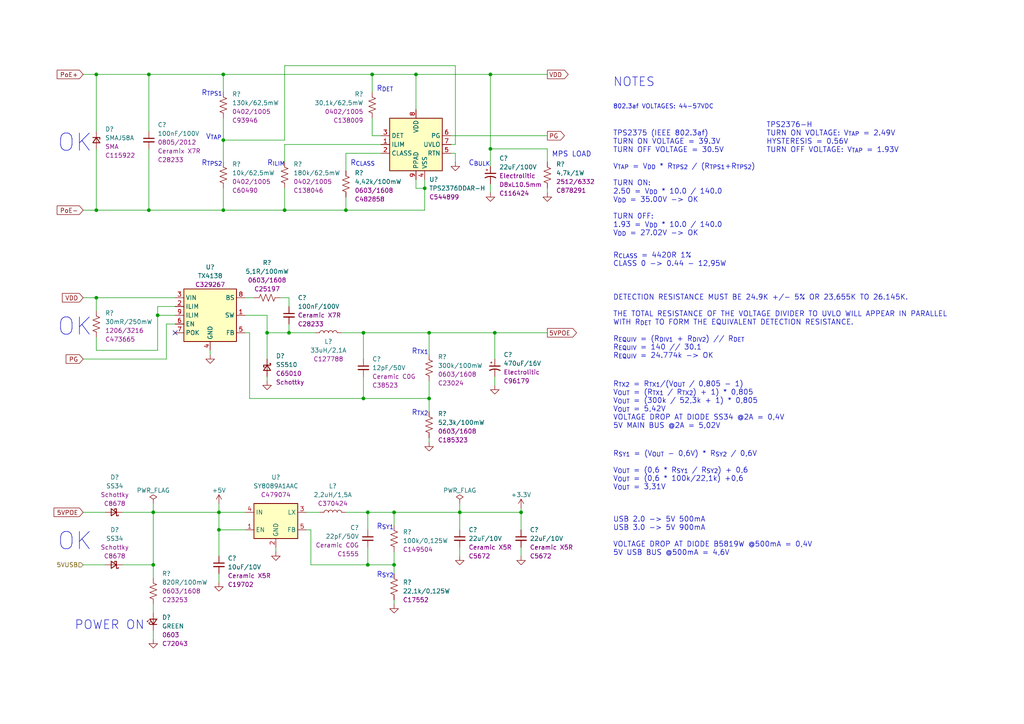
<source format=kicad_sch>
(kicad_sch (version 20230121) (generator eeschema)
  (paper "A4")
  (lib_symbols
    (symbol "Device:C_Polarized_Small_US" (pin_numbers hide) (pin_names (offset 0.254) hide)
      (property "Reference" "C" (at 0.254 1.778 0))
      (property "Value" "C_Polarized_Small_US" (at 0.254 -2.032 0))
      (symbol "C_Polarized_Small_US_0_1"
        (polyline (pts (xy -1.524 0.508) (xy 1.524 0.508)) (stroke (width 0.3048)))
        (polyline (pts (xy -1.27 1.524) (xy -0.762 1.524)))
        (polyline (pts (xy -1.016 1.27) (xy -1.016 1.778)))
        (arc (start 1.524 -0.762) (mid 0 -0.3734) (end -1.524 -0.762) (stroke (width 0.3048)))
      )
      (symbol "C_Polarized_Small_US_1_1"
        (pin passive line (at 0 2.54 270) (length 2.032) (name "~") (number "1"))
        (pin passive line (at 0 -2.54 90) (length 2.032) (name "~") (number "2"))
      )
    )
    (symbol "Device:C_Small" (pin_numbers hide) (pin_names (offset 0.254) hide)
      (property "Reference" "C" (at 0.254 1.778 0))
      (property "Value" "C_Small" (at 0.254 -2.032 0))
      (symbol "C_Small_0_1"
        (polyline (pts (xy -1.524 -0.508) (xy 1.524 -0.508)) (stroke (width 0.3302)))
        (polyline (pts (xy -1.524 0.508) (xy 1.524 0.508)) (stroke (width 0.3048)))
      )
      (symbol "C_Small_1_1"
        (pin passive line (at 0 2.54 270) (length 2.032) (name "~") (number "1"))
        (pin passive line (at 0 -2.54 90) (length 2.032) (name "~") (number "2"))
      )
    )
    (symbol "Device:D_Schottky_Small" (pin_numbers hide) (pin_names (offset 0.254) hide)
      (property "Reference" "D" (at -1.27 2.032 0))
      (property "Value" "D_Schottky_Small" (at -7.112 -2.032 0))
      (symbol "D_Schottky_Small_0_1"
        (polyline (pts (xy -0.762 0) (xy 0.762 0)))
        (polyline (pts (xy 0.762 -1.016) (xy -0.762 0) (xy 0.762 1.016) (xy 0.762 -1.016)) (stroke (width 0.254)))
        (polyline (pts (xy -1.27 0.762) (xy -1.27 1.016) (xy -0.762 1.016) (xy -0.762 -1.016) (xy -0.254 -1.016) (xy -0.254 -0.762)) (stroke (width 0.254)))
      )
      (symbol "D_Schottky_Small_1_1"
        (pin passive line (at -2.54 0 0) (length 1.778) (name "K") (number "1"))
        (pin passive line (at 2.54 0 180) (length 1.778) (name "A") (number "2"))
      )
    )
    (symbol "Device:D_Zener_Small" (pin_numbers hide) (pin_names (offset 0.254) hide)
      (property "Reference" "D" (at 0 2.286 0))
      (property "Value" "D_Zener_Small" (at 0 -2.286 0))
      (symbol "D_Zener_Small_0_1"
        (polyline (pts (xy 0.762 0) (xy -0.762 0)))
        (polyline (pts (xy -0.254 1.016) (xy -0.762 1.016) (xy -0.762 -1.016)) (stroke (width 0.254)))
        (polyline (pts (xy 0.762 1.016) (xy -0.762 0) (xy 0.762 -1.016) (xy 0.762 1.016)) (stroke (width 0.254)))
      )
      (symbol "D_Zener_Small_1_1"
        (pin passive line (at -2.54 0 0) (length 1.778) (name "K") (number "1"))
        (pin passive line (at 2.54 0 180) (length 1.778) (name "A") (number "2"))
      )
    )
    (symbol "Device:L" (pin_numbers hide) (pin_names (offset 1.016) hide)
      (property "Reference" "L" (at -1.27 0 90))
      (property "Value" "L" (at 1.905 0 90))
      (symbol "L_0_1"
        (arc (start 0 -2.54) (mid 0.6323 -1.905) (end 0 -1.27))
        (arc (start 0 -1.27) (mid 0.6323 -0.635) (end 0 0))
        (arc (start 0 0) (mid 0.6323 0.635) (end 0 1.27))
        (arc (start 0 1.27) (mid 0.6323 1.905) (end 0 2.54))
      )
      (symbol "L_1_1"
        (pin passive line (at 0 3.81 270) (length 1.27) (name "1") (number "1"))
        (pin passive line (at 0 -3.81 90) (length 1.27) (name "2") (number "2"))
      )
    )
    (symbol "Device:LED_Small" (pin_numbers hide) (pin_names (offset 0.254) hide)
      (property "Reference" "D" (at -1.27 3.175 0))
      (property "Value" "LED_Small" (at -4.445 -2.54 0))
      (symbol "LED_Small_0_1"
        (polyline (pts (xy -0.762 -1.016) (xy -0.762 1.016)) (stroke (width 0.254)))
        (polyline (pts (xy 1.016 0) (xy -0.762 0)))
        (polyline (pts (xy 0.762 -1.016) (xy -0.762 0) (xy 0.762 1.016) (xy 0.762 -1.016)) (stroke (width 0.254)))
        (polyline (pts (xy 0 0.762) (xy -0.508 1.27) (xy -0.254 1.27) (xy -0.508 1.27) (xy -0.508 1.016)))
        (polyline (pts (xy 0.508 1.27) (xy 0 1.778) (xy 0.254 1.778) (xy 0 1.778) (xy 0 1.524)))
      )
      (symbol "LED_Small_1_1"
        (pin passive line (at -2.54 0 0) (length 1.778) (name "K") (number "1"))
        (pin passive line (at 2.54 0 180) (length 1.778) (name "A") (number "2"))
      )
    )
    (symbol "Device:R_US" (pin_numbers hide) (pin_names (offset 0))
      (property "Reference" "R" (at 2.54 0 90))
      (property "Value" "R_US" (at -2.54 0 90))
      (symbol "R_US_0_1"
        (polyline (pts (xy 0 -2.286) (xy 0 -2.54)))
        (polyline (pts (xy 0 2.286) (xy 0 2.54)))
        (polyline (pts (xy 0 -0.762) (xy 1.016 -1.143) (xy 0 -1.524) (xy -1.016 -1.905) (xy 0 -2.286)))
        (polyline (pts (xy 0 0.762) (xy 1.016 0.381) (xy 0 0) (xy -1.016 -0.381) (xy 0 -0.762)))
        (polyline (pts (xy 0 2.286) (xy 1.016 1.905) (xy 0 1.524) (xy -1.016 1.143) (xy 0 0.762)))
      )
      (symbol "R_US_1_1"
        (pin passive line (at 0 3.81 270) (length 1.27) (name "~") (number "1"))
        (pin passive line (at 0 -3.81 90) (length 1.27) (name "~") (number "2"))
      )
    )
    (symbol "Tales:+3.3V" (power) (pin_names (offset 0))
      (property "Value" "+3.3V" (at 0 3.556 0))
      (symbol "+3.3V_0_1"
        (polyline (pts (xy -0.762 1.27) (xy 0 2.54)))
        (polyline (pts (xy 0 0) (xy 0 2.54)))
        (polyline (pts (xy 0 2.54) (xy 0.762 1.27)))
      )
      (symbol "+3.3V_1_1"
        (pin power_in line (at 0 0 90) (length 0) hide (name "+3.3V") (number "1"))
      )
    )
    (symbol "Tales:SY8089AAAC"
      (property "Reference" "U" (at 0 10.16 0))
      (property "Value" "SY8089AAAC" (at 0 7.62 0))
      (symbol "SY8089AAAC_0_1"
        (rectangle (start -6.35 5.08) (end 6.35 -5.08) (stroke (width 0.254)) (fill (type background)))
      )
      (symbol "SY8089AAAC_1_1"
        (pin input line (at -8.89 -2.54 0) (length 2.54) (name "EN") (number "1"))
        (pin power_in line (at 0 -7.62 90) (length 2.54) (name "GND") (number "2"))
        (pin power_out line (at 8.89 2.54 180) (length 2.54) (name "LX") (number "3"))
        (pin power_in line (at -8.89 2.54 0) (length 2.54) (name "IN") (number "4"))
        (pin input line (at 8.89 -2.54 180) (length 2.54) (name "FB") (number "5"))
      )
    )
    (symbol "Tales:TPS2376"
      (property "Reference" "U" (at 5.08 -8.89 0))
      (property "Value" "TPS2376" (at 5.08 -11.43 0))
      (symbol "TPS2376_0_1"
        (rectangle (start -7.62 7.62) (end 7.62 -7.62) (stroke (width 0.254)) (fill (type background)))
      )
      (symbol "TPS2376_1_1"
        (pin passive line (at -10.16 0 0) (length 2.54) (name "ILIM") (number "1"))
        (pin passive line (at -10.16 -2.54 0) (length 2.54) (name "CLASS") (number "2"))
        (pin passive line (at -10.16 2.54 0) (length 2.54) (name "DET") (number "3"))
        (pin power_in line (at 2.54 -10.16 90) (length 2.54) (name "VSS") (number "4"))
        (pin power_out line (at 10.16 -2.54 180) (length 2.54) (name "RTN") (number "5"))
        (pin open_collector line (at 10.16 2.54 180) (length 2.54) (name "PG") (number "6"))
        (pin passive line (at 10.16 0 180) (length 2.54) (name "UVLO") (number "7"))
        (pin power_in line (at 0 10.16 270) (length 2.54) (name "VDD") (number "8"))
        (pin power_in line (at 0 -10.16 90) (length 2.54) (name "PPAD") (number "9"))
      )
    )
    (symbol "Tales:TX4138"
      (property "Reference" "U" (at 0 12.7 0))
      (property "Value" "TX4138" (at 0 10.16 0))
      (symbol "TX4138_0_1"
        (rectangle (start -7.62 7.62) (end 7.62 -7.62) (stroke (width 0.254)) (fill (type background)))
      )
      (symbol "TX4138_1_1"
        (pin power_out line (at 10.16 0 180) (length 2.54) (name "SW") (number "1"))
        (pin input line (at -10.16 2.54 0) (length 2.54) (name "ILIM") (number "2"))
        (pin power_in line (at -10.16 5.08 0) (length 2.54) (name "VIN") (number "3"))
        (pin power_in line (at 0 -10.16 90) (length 2.54) (name "GND") (number "4"))
        (pin input line (at 10.16 -5.08 180) (length 2.54) (name "FB") (number "5"))
        (pin input line (at -10.16 -2.54 0) (length 2.54) (name "EN") (number "6"))
        (pin output line (at -10.16 -5.08 0) (length 2.54) (name "POK") (number "7"))
        (pin output line (at 10.16 5.08 180) (length 2.54) (name "BS") (number "8"))
        (pin input line (at -10.16 0 0) (length 2.54) (name "ILIM") (number "9"))
      )
    )
    (symbol "power:+5V" (power) (pin_names (offset 0))
      (property "Value" "+5V" (at 0 3.556 0))
      (symbol "+5V_0_1"
        (polyline (pts (xy -0.762 1.27) (xy 0 2.54)))
        (polyline (pts (xy 0 0) (xy 0 2.54)))
        (polyline (pts (xy 0 2.54) (xy 0.762 1.27)))
      )
      (symbol "+5V_1_1"
        (pin power_in line (at 0 0 90) (length 0) hide (name "+5V") (number "1"))
      )
    )
    (symbol "power:GND" (power) (pin_names (offset 0))
      (property "Value" "GND" (at 0 -3.81 0))
      (symbol "GND_0_1"
        (polyline (pts (xy 0 0) (xy 0 -1.27) (xy 1.27 -1.27) (xy 0 -2.54) (xy -1.27 -1.27) (xy 0 -1.27)))
      )
      (symbol "GND_1_1"
        (pin power_in line (at 0 0 270) (length 0) hide (name "GND") (number "1"))
      )
    )
    (symbol "power:PWR_FLAG" (power) (pin_numbers hide) (pin_names (offset 0) hide)
      (property "Value" "PWR_FLAG" (at 0 3.81 0))
      (symbol "PWR_FLAG_0_0"
        (pin power_out line (at 0 0 90) (length 0) (name "pwr") (number "1"))
      )
      (symbol "PWR_FLAG_0_1"
        (polyline (pts (xy 0 0) (xy 0 1.27) (xy -1.016 1.905) (xy 0 2.54) (xy 1.016 1.905) (xy 0 1.27)))
      )
    )
  )
  (junction (at 142.24 21.59))
  (junction (at 44.45 148.59))
  (junction (at 64.77 60.96))
  (junction (at 123.19 54.61))
  (junction (at 142.24 43.18))
  (junction (at 114.3 163.83))
  (junction (at 43.18 21.59))
  (junction (at 106.68 163.83))
  (junction (at 105.41 96.52))
  (junction (at 27.94 21.59))
  (junction (at 27.94 86.36))
  (junction (at 27.94 60.96))
  (junction (at 100.33 60.96))
  (junction (at 63.5 148.59))
  (junction (at 124.46 115.57))
  (junction (at 151.13 148.59))
  (junction (at 64.77 40.64))
  (junction (at 83.82 96.52))
  (junction (at 120.65 21.59))
  (junction (at 45.72 91.44))
  (junction (at 63.5 153.67))
  (junction (at 43.18 60.96))
  (junction (at 124.46 96.52))
  (junction (at 77.47 96.52))
  (junction (at 107.95 21.59))
  (junction (at 44.45 163.83))
  (junction (at 64.77 21.59))
  (junction (at 106.68 148.59))
  (junction (at 143.51 96.52))
  (junction (at 114.3 148.59))
  (junction (at 82.55 60.96))
  (junction (at 133.35 148.59))
  (junction (at 105.41 115.57))
  (no_connect (at 50.8 96.52))
  (wire (pts (xy 45.72 91.44) (xy 45.72 88.9)))
  (wire (pts (xy 151.13 148.59) (xy 133.35 148.59)))
  (wire (pts (xy 90.17 153.67) (xy 90.17 163.83)))
  (wire (pts (xy 82.55 60.96) (xy 100.33 60.96)))
  (wire (pts (xy 100.33 57.15) (xy 100.33 60.96)))
  (wire (pts (xy 123.19 54.61) (xy 120.65 54.61)))
  (wire (pts (xy 90.17 163.83) (xy 106.68 163.83)))
  (wire (pts (xy 114.3 148.59) (xy 114.3 152.4)))
  (wire (pts (xy 142.24 43.18) (xy 142.24 48.26)))
  (wire (pts (xy 24.13 86.36) (xy 27.94 86.36)))
  (wire (pts (xy 64.77 54.61) (xy 64.77 60.96)))
  (wire (pts (xy 64.77 60.96) (xy 82.55 60.96)))
  (wire (pts (xy 133.35 146.05) (xy 133.35 148.59)))
  (wire (pts (xy 63.5 153.67) (xy 71.12 153.67)))
  (wire (pts (xy 27.94 86.36) (xy 27.94 90.17)))
  (wire (pts (xy 151.13 158.75) (xy 151.13 161.29)))
  (wire (pts (xy 106.68 148.59) (xy 114.3 148.59)))
  (wire (pts (xy 133.35 153.67) (xy 133.35 148.59)))
  (wire (pts (xy 124.46 96.52) (xy 124.46 102.87)))
  (wire (pts (xy 24.13 163.83) (xy 30.48 163.83)))
  (wire (pts (xy 82.55 41.91) (xy 82.55 46.99)))
  (wire (pts (xy 45.72 101.6) (xy 45.72 91.44)))
  (wire (pts (xy 27.94 21.59) (xy 43.18 21.59)))
  (wire (pts (xy 151.13 153.67) (xy 151.13 148.59)))
  (wire (pts (xy 124.46 110.49) (xy 124.46 115.57)))
  (wire (pts (xy 44.45 182.88) (xy 44.45 185.42)))
  (wire (pts (xy 82.55 54.61) (xy 82.55 60.96)))
  (wire (pts (xy 120.65 21.59) (xy 142.24 21.59)))
  (wire (pts (xy 63.5 153.67) (xy 63.5 161.29)))
  (wire (pts (xy 82.55 19.05) (xy 82.55 40.64)))
  (wire (pts (xy 120.65 21.59) (xy 120.65 31.75)))
  (wire (pts (xy 27.94 101.6) (xy 45.72 101.6)))
  (wire (pts (xy 105.41 115.57) (xy 105.41 109.22)))
  (wire (pts (xy 151.13 147.32) (xy 151.13 148.59)))
  (wire (pts (xy 100.33 49.53) (xy 100.33 44.45)))
  (wire (pts (xy 132.08 44.45) (xy 132.08 46.99)))
  (wire (pts (xy 106.68 163.83) (xy 114.3 163.83)))
  (wire (pts (xy 63.5 148.59) (xy 63.5 146.05)))
  (wire (pts (xy 142.24 21.59) (xy 158.75 21.59)))
  (wire (pts (xy 48.26 93.98) (xy 50.8 93.98)))
  (wire (pts (xy 45.72 91.44) (xy 50.8 91.44)))
  (wire (pts (xy 43.18 60.96) (xy 64.77 60.96)))
  (wire (pts (xy 27.94 60.96) (xy 43.18 60.96)))
  (wire (pts (xy 77.47 96.52) (xy 83.82 96.52)))
  (wire (pts (xy 35.56 163.83) (xy 44.45 163.83)))
  (wire (pts (xy 107.95 34.29) (xy 107.95 39.37)))
  (wire (pts (xy 63.5 148.59) (xy 71.12 148.59)))
  (wire (pts (xy 130.81 41.91) (xy 132.08 41.91)))
  (wire (pts (xy 45.72 88.9) (xy 50.8 88.9)))
  (wire (pts (xy 27.94 43.18) (xy 27.94 60.96)))
  (wire (pts (xy 88.9 148.59) (xy 92.71 148.59)))
  (wire (pts (xy 142.24 53.34) (xy 142.24 55.88)))
  (wire (pts (xy 158.75 54.61) (xy 158.75 55.88)))
  (wire (pts (xy 43.18 21.59) (xy 64.77 21.59)))
  (wire (pts (xy 100.33 44.45) (xy 110.49 44.45)))
  (wire (pts (xy 24.13 148.59) (xy 30.48 148.59)))
  (wire (pts (xy 105.41 96.52) (xy 105.41 104.14)))
  (wire (pts (xy 107.95 21.59) (xy 120.65 21.59)))
  (wire (pts (xy 106.68 148.59) (xy 106.68 153.67)))
  (wire (pts (xy 110.49 41.91) (xy 82.55 41.91)))
  (wire (pts (xy 133.35 158.75) (xy 133.35 161.29)))
  (wire (pts (xy 43.18 21.59) (xy 43.18 38.1)))
  (wire (pts (xy 124.46 115.57) (xy 124.46 119.38)))
  (wire (pts (xy 88.9 153.67) (xy 90.17 153.67)))
  (wire (pts (xy 72.39 115.57) (xy 105.41 115.57)))
  (wire (pts (xy 44.45 163.83) (xy 44.45 167.64)))
  (wire (pts (xy 105.41 115.57) (xy 124.46 115.57)))
  (wire (pts (xy 132.08 41.91) (xy 132.08 19.05)))
  (wire (pts (xy 77.47 110.49) (xy 77.47 109.22)))
  (wire (pts (xy 100.33 148.59) (xy 106.68 148.59)))
  (wire (pts (xy 48.26 104.14) (xy 48.26 93.98)))
  (wire (pts (xy 124.46 96.52) (xy 143.51 96.52)))
  (wire (pts (xy 44.45 175.26) (xy 44.45 177.8)))
  (wire (pts (xy 64.77 21.59) (xy 107.95 21.59)))
  (wire (pts (xy 100.33 60.96) (xy 123.19 60.96)))
  (wire (pts (xy 44.45 148.59) (xy 44.45 163.83)))
  (wire (pts (xy 63.5 148.59) (xy 63.5 153.67)))
  (wire (pts (xy 107.95 21.59) (xy 107.95 26.67)))
  (wire (pts (xy 60.96 101.6) (xy 60.96 102.87)))
  (wire (pts (xy 143.51 109.22) (xy 143.51 111.76)))
  (wire (pts (xy 120.65 54.61) (xy 120.65 52.07)))
  (wire (pts (xy 63.5 166.37) (xy 63.5 168.91)))
  (wire (pts (xy 64.77 40.64) (xy 64.77 46.99)))
  (wire (pts (xy 71.12 91.44) (xy 77.47 91.44)))
  (wire (pts (xy 24.13 21.59) (xy 27.94 21.59)))
  (wire (pts (xy 64.77 21.59) (xy 64.77 26.67)))
  (wire (pts (xy 158.75 43.18) (xy 142.24 43.18)))
  (wire (pts (xy 124.46 96.52) (xy 105.41 96.52)))
  (wire (pts (xy 77.47 91.44) (xy 77.47 96.52)))
  (wire (pts (xy 71.12 86.36) (xy 73.66 86.36)))
  (wire (pts (xy 44.45 148.59) (xy 63.5 148.59)))
  (wire (pts (xy 114.3 163.83) (xy 114.3 166.37)))
  (wire (pts (xy 64.77 34.29) (xy 64.77 40.64)))
  (wire (pts (xy 80.01 158.75) (xy 80.01 160.02)))
  (wire (pts (xy 130.81 39.37) (xy 158.75 39.37)))
  (wire (pts (xy 99.06 96.52) (xy 105.41 96.52)))
  (wire (pts (xy 83.82 86.36) (xy 83.82 88.9)))
  (wire (pts (xy 143.51 104.14) (xy 143.51 96.52)))
  (wire (pts (xy 124.46 127) (xy 124.46 128.27)))
  (wire (pts (xy 35.56 148.59) (xy 44.45 148.59)))
  (wire (pts (xy 143.51 96.52) (xy 158.75 96.52)))
  (wire (pts (xy 142.24 21.59) (xy 142.24 43.18)))
  (wire (pts (xy 83.82 93.98) (xy 83.82 96.52)))
  (wire (pts (xy 82.55 40.64) (xy 64.77 40.64)))
  (wire (pts (xy 83.82 96.52) (xy 91.44 96.52)))
  (wire (pts (xy 114.3 173.99) (xy 114.3 175.26)))
  (wire (pts (xy 81.28 86.36) (xy 83.82 86.36)))
  (wire (pts (xy 44.45 148.59) (xy 44.45 146.05)))
  (wire (pts (xy 27.94 97.79) (xy 27.94 101.6)))
  (wire (pts (xy 106.68 158.75) (xy 106.68 163.83)))
  (wire (pts (xy 130.81 44.45) (xy 132.08 44.45)))
  (wire (pts (xy 27.94 86.36) (xy 50.8 86.36)))
  (wire (pts (xy 114.3 160.02) (xy 114.3 163.83)))
  (wire (pts (xy 71.12 96.52) (xy 72.39 96.52)))
  (wire (pts (xy 123.19 52.07) (xy 123.19 54.61)))
  (wire (pts (xy 133.35 148.59) (xy 114.3 148.59)))
  (wire (pts (xy 110.49 39.37) (xy 107.95 39.37)))
  (wire (pts (xy 43.18 43.18) (xy 43.18 60.96)))
  (wire (pts (xy 77.47 96.52) (xy 77.47 104.14)))
  (wire (pts (xy 72.39 96.52) (xy 72.39 115.57)))
  (wire (pts (xy 158.75 46.99) (xy 158.75 43.18)))
  (wire (pts (xy 24.13 104.14) (xy 48.26 104.14)))
  (wire (pts (xy 24.13 60.96) (xy 27.94 60.96)))
  (wire (pts (xy 27.94 21.59) (xy 27.94 38.1)))
  (wire (pts (xy 132.08 19.05) (xy 82.55 19.05)))
  (wire (pts (xy 123.19 60.96) (xy 123.19 54.61)))
  (text "R_{TPS1}" (at 58.42 27.94 0) (effects (font (size 1.5 1.5)) (justify left bottom)))
  (text "R_{TX2}" (at 119.38 120.65 0) (effects (font (size 1.5 1.5)) (justify left bottom)))
  (text "DETECTION RESISTANCE MUST BE 24.9K +/- 5% OR 23,655K TO 26.145K.\n\nTHE TOTAL RESISTANCE OF THE VOLTAGE DIVIDER TO UVLO WILL APPEAR IN PARALLEL\nWITH R_{DET} TO FORM THE EQUIVALENT DETECTION RESISTANCE.\n\nR_{EQUIV} = (R_{DIV1} + R_{DIV2}) // R_{DET}\nR_{EQUIV} = 140 // 30.1\nR_{EQUIV} = 24.774k -> OK" (at 177.8 104.14 0) (effects (font (size 1.5 1.5)) (justify left bottom)))
  (text "R_{SY2}" (at 109.22 167.64 0) (effects (font (size 1.5 1.5)) (justify left bottom)))
  (text "POWER ON" (at 21.59 182.88 0) (effects (font (size 2.54 2.54)) (justify left bottom)))
  (text "R_{CLASS} = 4420R 1%\nCLASS 0 -> 0.44 - 12,95W" (at 177.8 77.47 0) (effects (font (size 1.5 1.5)) (justify left bottom)))
  (text "R_{SY1}" (at 109.22 153.67 0) (effects (font (size 1.5 1.5)) (justify left bottom)))
  (text "R_{CLASS}" (at 101.6 48.26 0) (effects (font (size 1.5 1.5)) (justify left bottom)))
  (text "R_{TX2} = R_{TX1}/(V_{OUT} / 0,805 - 1)\nV_{OUT} = (R_{TX1} / R_{TX2}) + 1) * 0,805\nV_{OUT} = (300k / 52,3k + 1) * 0,805\nV_{OUT} = 5,42V\nVOLTAGE DROP AT DIODE SS34 @2A = 0,4V\n5V MAIN BUS @2A = 5,02V" (at 177.8 124.46 0) (effects (font (size 1.5 1.5)) (justify left bottom)))
  (text "C_{BULK}" (at 135.89 48.26 0) (effects (font (size 1.5 1.5)) (justify left bottom)))
  (text "R_{ILIM}" (at 77.47 48.26 0) (effects (font (size 1.5 1.5)) (justify left bottom)))
  (text "USB 2.0 -> 5V 500mA\nUSB 3.0 -> 5V 900mA\n\nVOLTAGE DROP AT DIODE B5819W @500mA = 0,4V\n5V USB BUS @500mA = 4,6V" (at 177.8 161.29 0) (effects (font (size 1.5 1.5)) (justify left bottom)))
  (text "TPS2375 (IEEE 802.3af)\nTURN ON VOLTAGE = 39.3V\nTURN OFF VOLTAGE = 30.5V" (at 177.8 44.45 0) (effects (font (size 1.5 1.5)) (justify left bottom)))
  (text "V_{TAP}" (at 59.69 40.64 0) (effects (font (size 1.5 1.5)) (justify left bottom)))
  (text "TPS2376-H\nTURN ON VOLTAGE: V_{TAP} = 2.49V\nHYSTERESIS = 0.56V\nTURN OFF VOLTAGE: V_{TAP} = 1.93V" (at 222.25 44.45 0) (effects (font (size 1.5 1.5)) (justify left bottom)))
  (text "R_{SY1} = (V_{OUT} - 0,6V) * R_{SY2} / 0,6V\n\nV_{OUT} = (0,6 * R_{SY1} / R_{SY2}) + 0,6\nV_{OUT} = (0,6 * 100k/22,1k) +0,6\nV_{OUT} = 3,31V" (at 177.8 142.24 0) (effects (font (size 1.5 1.5)) (justify left bottom)))
  (text "R_{TPS2}" (at 58.42 48.26 0) (effects (font (size 1.5 1.5)) (justify left bottom)))
  (text "OK" (at 16.51 44.45 0) (effects (font (size 5 5)) (justify left bottom)))
  (text "R_{TX1}" (at 119.38 102.87 0) (effects (font (size 1.5 1.5)) (justify left bottom)))
  (text "NOTES" (at 177.8 25.4 0) (effects (font (size 2.54 2.54)) (justify left bottom)))
  (text "OK" (at 16.51 97.79 0) (effects (font (size 5 5)) (justify left bottom)))
  (text "OK" (at 16.51 160.02 0) (effects (font (size 5 5)) (justify left bottom)))
  (text "MPS LOAD" (at 160.02 45.72 0) (effects (font (size 1.5 1.5)) (justify left bottom)))
  (text "R_{DET}" (at 109.22 26.67 0) (effects (font (size 1.5 1.5)) (justify left bottom)))
  (text "802.3af VOLTAGES: 44-57VDC" (at 177.8 31.75 0) (effects (font (size 1.27 1.27)) (justify left bottom)))
  (text "V_{TAP} = V_{DD} * R_{TPS2} / (R_{TPS1}+R_{TPS2})\n\nTURN ON:\n2.50 = V_{DD} * 10.0 / 140.0\nV_{DD} = 35.00V -> OK\n\nTURN 0FF:\n1.93 = V_{DD} * 10.0 / 140.0\nV_{DD} = 27.02V -> OK" (at 177.8 68.58 0) (effects (font (size 1.5 1.5)) (justify left bottom)))
  (global_label "PoE-" (shape input) (at 24.13 60.96 180) (property "Intersheetrefs" "${INTERSHEET_REFS}" (effects hide)))
  (global_label "VDD" (shape input) (at 24.13 86.36 180) (property "Intersheetrefs" "${INTERSHEET_REFS}" (effects hide)))
  (global_label "5VPOE" (shape output) (at 158.75 96.52 0) (property "Intersheetrefs" "${INTERSHEET_REFS}" (effects hide)))
  (global_label "PoE+" (shape input) (at 24.13 21.59 180) (property "Intersheetrefs" "${INTERSHEET_REFS}" (effects hide)))
  (global_label "VDD" (shape output) (at 158.75 21.59 0) (property "Intersheetrefs" "${INTERSHEET_REFS}" (effects hide)))
  (global_label "PG" (shape output) (at 158.75 39.37 0) (property "Intersheetrefs" "${INTERSHEET_REFS}" (effects hide)))
  (global_label "PG" (shape input) (at 24.13 104.14 180) (property "Intersheetrefs" "${INTERSHEET_REFS}" (effects hide)))
  (global_label "5VPOE" (shape input) (at 24.13 148.59 180) (property "Intersheetrefs" "${INTERSHEET_REFS}" (effects hide)))
  (hierarchical_label "5VUSB" (shape input) (at 24.13 163.83 180))
  (symbol (lib_id "power:GND") (at 44.45 185.42 0) (unit 1)
    (property "Reference" "#PWR?" (effects hide))
    (property "Value" "GND" (effects hide))
    (instances (project "esp-poe-2rl-V1" (path "" (reference "#PWR?") (unit 1)) (path "" (reference "#PWR0156") (unit 1))))
  )
  (symbol (lib_id "Device:C_Small") (at 133.35 156.21 0) (unit 1)
    (property "Reference" "C?" (at 135.89 153.67 0) (effects (justify left)))
    (property "Value" "22uF/10V" (at 135.89 156.21 0) (effects (justify left)))
    (property "Footprint" "Tales:C_1206_3216Metric" (effects hide))
    (property "Mfr" "Samsung" (effects hide))
    (property "Mfr PN" "CL31A226KPHNNNE" (effects hide))
    (property "JLCPCB BOM" "1" (effects hide))
    (property "LCSC Part #" "C5672" (at 135.89 161.29 0) (effects (justify left)))
    (property "Technology" "Ceramic X5R" (at 135.89 158.75 0) (effects (justify left)))
    (property "Vendor" "JLCPCB" (effects hide))
    (property "Vendor PN" "C5672" (effects hide))
    (property "Case" "1206/3216" (effects hide))
    (instances (project "esp-poe-2rl-V1" (path "" (reference "C?") (unit 1)) (path "" (reference "C8") (unit 1))))
  )
  (symbol (lib_id "Device:R_US") (at 77.47 86.36 270) (unit 1)
    (property "Reference" "R?" (at 77.47 76.2 90))
    (property "Value" "5,1R/100mW" (at 77.47 78.74 90))
    (property "Footprint" "Tales:R_0603_1608Metric" (effects hide))
    (property "Technology" "1%" (effects hide))
    (property "Case" "0603/1608" (at 77.47 81.28 90))
    (property "Mfr" "Uniroyal" (effects hide))
    (property "Mfr PN" "0603WAF510KT5E" (effects hide))
    (property "Vendor" "JLCPCB" (effects hide))
    (property "Vendor PN" "C25197" (effects hide))
    (property "LCSC Part #" "C25197" (at 77.47 83.82 90))
    (property "JLCPCB BOM" "1" (effects hide))
    (instances (project "esp-poe-2rl-V1" (path "" (reference "R?") (unit 1)) (path "" (reference "R8") (unit 1))))
  )
  (symbol (lib_id "power:GND") (at 132.08 46.99 0) (unit 1)
    (property "Reference" "#PWR?" (effects hide))
    (property "Value" "GNDREF" (effects hide))
    (instances (project "esp-poe-2rl-V1" (path "" (reference "#PWR?") (unit 1)) (path "" (reference "#PWR0162") (unit 1))))
  )
  (symbol (lib_id "Device:C_Small") (at 83.82 91.44 0) (unit 1)
    (property "Reference" "C?" (at 86.36 86.36 0) (effects (justify left)))
    (property "Value" "100nF/100V" (at 86.36 88.9 0) (effects (justify left)))
    (property "Footprint" "Tales:C_0805_2012Metric" (effects hide))
    (property "Technology" "Ceramic X7R" (at 86.36 91.44 0) (effects (justify left)))
    (property "Case" "0805/2012" (effects hide))
    (property "Mfr" "Samsung" (effects hide))
    (property "Mfr PN" "CL21B104KCFNNNE" (effects hide))
    (property "Vendor" "JLCPCB" (effects hide))
    (property "Vendor PN" "C28233" (effects hide))
    (property "LCSC Part #" "C28233" (at 86.36 93.98 0) (effects (justify left)))
    (property "JLCPCB BOM" "1" (effects hide))
    (instances (project "esp-poe-2rl-V1" (path "" (reference "C?") (unit 1)) (path "" (reference "C3") (unit 1))))
  )
  (symbol (lib_id "Device:R_US") (at 124.46 123.19 0) (unit 1)
    (property "Reference" "R?" (at 127 120.015 0) (effects (justify left)))
    (property "Value" "52,3k/100mW" (at 127 122.555 0) (effects (justify left)))
    (property "Footprint" "Tales:R_0603_1608Metric" (effects hide))
    (property "Technology" "1%" (effects hide))
    (property "Case" "0603/1608" (at 127 125.095 0) (effects (justify left)))
    (property "JLCPCB BOM" "1" (effects hide))
    (property "LCSC Part #" "C185323" (at 127 127.635 0) (effects (justify left)))
    (property "Mfr" "Yageo" (effects hide))
    (property "Mfr PN" "RC0603FR-0752K3L" (effects hide))
    (property "Vendor" "JLCPCB" (effects hide))
    (property "Vendor PN" "C185323" (effects hide))
    (instances (project "esp-poe-2rl-V1" (path "" (reference "R?") (unit 1)) (path "" (reference "R10") (unit 1))))
  )
  (symbol (lib_id "power:+5V") (at 63.5 146.05 0) (unit 1)
    (property "Reference" "#PWR?" (effects hide))
    (property "Value" "+5V" (at 63.5 142.24 0))
    (instances (project "esp-poe-2rl-V1" (path "" (reference "#PWR?") (unit 1)) (path "" (reference "#PWR0157") (unit 1))))
  )
  (symbol (lib_id "Device:L") (at 96.52 148.59 90) (unit 1)
    (property "Reference" "L?" (at 96.52 140.97 90))
    (property "Value" "2,2uH/1,5A" (at 96.52 143.51 90))
    (property "Footprint" "Tales:L_3x3_h1.5" (effects hide))
    (property "Case" "3x3" (effects hide))
    (property "JLCPCB BOM" "1" (effects hide))
    (property "LCSC Part #" "C370424" (at 96.52 146.05 90))
    (property "Mfr" "Sunlord" (effects hide))
    (property "Mfr PN" "SPH3015H2R2MT" (effects hide))
    (property "Vendor" "JLCPCB" (effects hide))
    (property "Vendor PN" "C370424" (effects hide))
    (instances (project "esp-poe-2rl-V1" (path "" (reference "L?") (unit 1)) (path "" (reference "L2") (unit 1))))
  )
  (symbol (lib_id "Device:C_Small") (at 43.18 40.64 0) (unit 1)
    (property "Reference" "C?" (at 45.72 36.2013 0) (effects (justify left)))
    (property "Value" "100nF/100V" (at 45.72 38.7413 0) (effects (justify left)))
    (property "Footprint" "Tales:C_0805_2012Metric" (effects hide))
    (property "Case" "0805/2012" (at 45.72 41.2813 0) (effects (justify left)))
    (property "JLCPCB BOM" "1" (effects hide))
    (property "Technology" "Ceramix X7R" (at 45.72 43.8213 0) (effects (justify left)))
    (property "LCSC Part #" "C28233" (at 45.72 46.3613 0) (effects (justify left)))
    (property "Mfr" "Samsung" (effects hide))
    (property "Mfr PN" "CL21B104KCFNNNE" (effects hide))
    (property "Vendor" "JLCPCB" (effects hide))
    (property "Vendor PN" "C28233" (effects hide))
    (instances (project "esp-poe-2rl-V1" (path "" (reference "C?") (unit 1)) (path "" (reference "C1") (unit 1))))
  )
  (symbol (lib_id "Device:C_Small") (at 151.13 156.21 0) (unit 1)
    (property "Reference" "C?" (at 153.67 153.67 0) (effects (justify left)))
    (property "Value" "22uF/10V" (at 153.67 156.21 0) (effects (justify left)))
    (property "Footprint" "Tales:C_1206_3216Metric" (effects hide))
    (property "Mfr" "Samsung" (effects hide))
    (property "Mfr PN" "CL31A226KPHNNNE" (effects hide))
    (property "JLCPCB BOM" "1" (effects hide))
    (property "LCSC Part #" "C5672" (at 153.67 161.29 0) (effects (justify left)))
    (property "Technology" "Ceramic X5R" (at 153.67 158.75 0) (effects (justify left)))
    (property "Vendor" "JLCPCB" (effects hide))
    (property "Vendor PN" "C5672" (effects hide))
    (property "Case" "1206/3216" (effects hide))
    (instances (project "esp-poe-2rl-V1" (path "" (reference "C?") (unit 1)) (path "" (reference "C9") (unit 1))))
  )
  (symbol (lib_id "power:GND") (at 143.51 111.76 0) (unit 1)
    (property "Reference" "#PWR?" (effects hide))
    (property "Value" "GNDREF" (effects hide))
    (instances (project "esp-poe-2rl-V1" (path "" (reference "#PWR?") (unit 1)) (path "" (reference "#PWR0158") (unit 1))))
  )
  (symbol (lib_id "power:GND") (at 151.13 161.29 0) (unit 1)
    (property "Reference" "#PWR?" (effects hide))
    (property "Value" "GNDREF" (effects hide))
    (instances (project "esp-poe-2rl-V1" (path "" (reference "#PWR?") (unit 1)) (path "" (reference "#PWR0160") (unit 1))))
  )
  (symbol (lib_id "Device:D_Schottky_Small") (at 33.02 148.59 180) (unit 1)
    (property "Reference" "D?" (at 33.274 138.43 0))
    (property "Value" "SS34" (at 33.274 140.97 0))
    (property "Footprint" "Tales:D_SMA" (effects hide))
    (property "JLCPCB BOM" "1" (effects hide))
    (property "Technology" "Schottky" (at 33.274 143.51 0))
    (property "LCSC Part #" "C8678" (at 33.274 146.05 0))
    (property "Mfr" "Microdiode" (effects hide))
    (property "Mfr PN" "SS34" (effects hide))
    (property "Vendor" "JLCPCB" (effects hide))
    (property "Vendor PN" "C8678" (effects hide))
    (property "Case" "SMA" (effects hide))
    (instances (project "esp-poe-2rl-V1" (path "" (reference "D?") (unit 1)) (path "" (reference "D3") (unit 1))))
  )
  (symbol (lib_id "Device:R_US") (at 64.77 30.48 0) (unit 1)
    (property "Reference" "R?" (at 67.31 27.305 0) (effects (justify left)))
    (property "Value" "130k/62,5mW" (at 67.31 29.845 0) (effects (justify left)))
    (property "Footprint" "Tales:R_0402_1005Metric" (effects hide))
    (property "Case" "0402/1005" (at 67.31 32.385 0) (effects (justify left)))
    (property "JLCPCB BOM" "1" (effects hide))
    (property "LCSC Part #" "C93946" (at 67.31 34.925 0) (effects (justify left)))
    (property "Mfr" "Yageo" (effects hide))
    (property "Mfr PN" "RC0402FR-07130KL" (effects hide))
    (property "Technology" "1%" (effects hide))
    (property "Vendor" "JLCPCB" (effects hide))
    (property "Vendor PN" "C93946" (effects hide))
    (instances (project "esp-poe-2rl-V1" (path "" (reference "R?") (unit 1)) (path "" (reference "R1") (unit 1))))
  )
  (symbol (lib_id "Device:L") (at 95.25 96.52 90) (unit 1)
    (property "Reference" "L?" (at 95.25 99.06 90))
    (property "Value" "33uH/2,1A" (at 95.25 101.6 90))
    (property "Footprint" "Tales:L_12x12mm_h6mm" (effects hide))
    (property "Case" "12x12" (effects hide))
    (property "JLCPCB BOM" "1" (effects hide))
    (property "LCSC Part #" "C127788" (at 95.25 104.14 90))
    (property "Mfr" "Sunlord" (effects hide))
    (property "Mfr PN" "SWRH1205B-330MT" (effects hide))
    (property "Vendor" "JLCPCB" (effects hide))
    (property "Vendor PN" "C127788" (effects hide))
    (instances (project "esp-poe-2rl-V1" (path "" (reference "L?") (unit 1)) (path "" (reference "L1") (unit 1))))
  )
  (symbol (lib_id "Device:R_US") (at 158.75 50.8 0) (unit 1)
    (property "Reference" "R?" (at 161.29 47.625 0) (effects (justify left)))
    (property "Value" "4,7k/1W" (at 161.29 50.165 0) (effects (justify left)))
    (property "Footprint" "Tales:R_2512_6332Metric" (effects hide))
    (property "JLCPCB BOM" "1" (effects hide))
    (property "Case" "2512/6332" (at 161.29 52.705 0) (effects (justify left)))
    (property "LCSC Part #" "C878291" (at 161.29 55.245 0) (effects (justify left)))
    (property "Mfr" "Yageo" (effects hide))
    (property "Mfr PN" "RC2512JK-074K7L" (effects hide))
    (property "Technology" "1%" (effects hide))
    (property "Vendor" "JLCPCB" (effects hide))
    (property "Vendor PN" "C878291" (effects hide))
    (instances (project "esp-poe-2rl-V1" (path "" (reference "R?") (unit 1)) (path "" (reference "R6") (unit 1))))
  )
  (symbol (lib_id "Device:C_Small") (at 106.68 156.21 0) (unit 1)
    (property "Reference" "C?" (at 104.14 153.0413 0) (effects (justify right)))
    (property "Value" "22pF/50V" (at 104.14 155.5813 0) (effects (justify right)))
    (property "Footprint" "Tales:C_0402_1005Metric" (effects hide))
    (property "Case" "0402/1005" (effects hide))
    (property "JLCPCB BOM" "1" (effects hide))
    (property "Technology" "Ceramic C0G" (at 104.14 158.1213 0) (effects (justify right)))
    (property "LCSC Part #" "C1555" (at 104.14 160.6613 0) (effects (justify right)))
    (property "Mfr" "FH" (effects hide))
    (property "Mfr PN" "0402CG220J500NT" (effects hide))
    (property "Vendor" "JLCPCB" (effects hide))
    (property "Vendor PN" "C1555" (effects hide))
    (instances (project "esp-poe-2rl-V1" (path "" (reference "C?") (unit 1)) (path "" (reference "C7") (unit 1))))
  )
  (symbol (lib_id "Tales:TPS2376") (at 120.65 41.91 0) (unit 1)
    (property "Reference" "U?" (at 124.46 52.07 0) (effects (justify left)))
    (property "Value" "TPS2376DDAR-H" (at 124.46 54.61 0) (effects (justify left)))
    (property "Footprint" "Tales:SOIC-8-1EP_3.9x4.9mm_P1.27mm_EP2.95x4.9mm_Mask2.71x3.4mm_ThermalVias" (effects hide))
    (property "Case" "SO-8" (effects hide))
    (property "JLCPCB BOM" "1" (effects hide))
    (property "LCSC Part #" "C544899" (at 124.46 57.15 0) (effects (justify left)))
    (property "Mfr" "Texas" (effects hide))
    (property "Mfr PN" "TPS2376DDAR-H" (effects hide))
    (property "Technology" "PD Controller" (effects hide))
    (property "Vendor" "JLCPCB" (effects hide))
    (property "Vendor PN" "C544899" (effects hide))
    (instances (project "esp-poe-2rl-V1" (path "" (reference "U?") (unit 1)) (path "" (reference "U1") (unit 1))))
  )
  (symbol (lib_id "Device:C_Polarized_Small_US") (at 142.24 50.8 0) (unit 1)
    (property "Reference" "C?" (at 144.78 45.9232 0) (effects (justify left)))
    (property "Value" "22uF/100V" (at 144.78 48.4632 0) (effects (justify left)))
    (property "Footprint" "Tales:CP_Elec_8x10.5" (effects hide))
    (property "Technology" "Electrolitic" (at 144.78 51.0032 0) (effects (justify left)))
    (property "Case" "D8xL10.5mm" (at 144.78 53.5432 0) (effects (justify left)))
    (property "LCSC Part #" "C116424" (at 144.78 56.0832 0) (effects (justify left)))
    (property "Mfr" "Semtech" (effects hide))
    (property "Mfr PN" "CS2A220M-CRF10" (effects hide))
    (property "Vendor" "JLCPCB" (effects hide))
    (property "Vendor PN" "C116424" (effects hide))
    (property "JLCPCB BOM" "1" (effects hide))
    (instances (project "esp-poe-2rl-V1" (path "" (reference "C?") (unit 1)) (path "" (reference "C2") (unit 1))))
  )
  (symbol (lib_id "power:PWR_FLAG") (at 133.35 146.05 0) (unit 1)
    (property "Reference" "#FLG?" (effects hide))
    (property "Value" "PWR_FLAG" (at 133.35 142.24 0))
    (instances (project "esp-poe-2rl-V1" (path "" (reference "#FLG?") (unit 1)) (path "" (reference "#FLG0105") (unit 1))))
  )
  (symbol (lib_id "Device:R_US") (at 82.55 50.8 0) (unit 1)
    (property "Reference" "R?" (at 85.09 47.625 0) (effects (justify left)))
    (property "Value" "180k/62,5mW" (at 85.09 50.165 0) (effects (justify left)))
    (property "Footprint" "Tales:R_0402_1005Metric" (effects hide))
    (property "Technology" "1%" (effects hide))
    (property "Case" "0402/1005" (at 85.09 52.705 0) (effects (justify left)))
    (property "JLCPCB BOM" "1" (effects hide))
    (property "LCSC Part #" "C138046" (at 85.09 55.245 0) (effects (justify left)))
    (property "Mfr" "Yageo" (effects hide))
    (property "Mfr PN" "RC0402FR-07180KL" (effects hide))
    (property "Vendor" "JLCPCB" (effects hide))
    (property "Vendor PN" "C138046" (effects hide))
    (instances (project "esp-poe-2rl-V1" (path "" (reference "R?") (unit 1)) (path "" (reference "R3") (unit 1))))
  )
  (symbol (lib_id "power:GND") (at 60.96 102.87 0) (unit 1)
    (property "Reference" "#PWR?" (effects hide))
    (property "Value" "GNDREF" (effects hide))
    (instances (project "esp-poe-2rl-V1" (path "" (reference "#PWR?") (unit 1)) (path "" (reference "#PWR0155") (unit 1))))
  )
  (symbol (lib_id "Device:D_Schottky_Small") (at 77.47 106.68 270) (unit 1)
    (property "Reference" "D?" (at 80.01 103.251 90) (effects (justify left)))
    (property "Value" "SS510" (at 80.01 105.791 90) (effects (justify left)))
    (property "Footprint" "Tales:D_SMA" (effects hide))
    (property "Case" "SMA/DO-214AC" (effects hide))
    (property "JLCPCB BOM" "1" (effects hide))
    (property "Mfr" "Microdiode" (effects hide))
    (property "Mfr PN" "SS510" (effects hide))
    (property "Technology" "Schottky" (at 80.01 110.871 90) (effects (justify left)))
    (property "LCSC Part #" "C65010" (at 80.01 108.331 90) (effects (justify left)))
    (property "Vendor" "JLCPCB" (effects hide))
    (property "Vendor PN" "C65010" (effects hide))
    (instances (project "esp-poe-2rl-V1" (path "" (reference "D?") (unit 1)) (path "" (reference "D2") (unit 1))))
  )
  (symbol (lib_id "power:GND") (at 80.01 160.02 0) (unit 1)
    (property "Reference" "#PWR?" (effects hide))
    (property "Value" "GNDREF" (effects hide))
    (instances (project "esp-poe-2rl-V1" (path "" (reference "#PWR?") (unit 1)) (path "" (reference "#PWR0150") (unit 1))))
  )
  (symbol (lib_id "Device:R_US") (at 107.95 30.48 0) (unit 1)
    (property "Reference" "R?" (at 105.41 27.305 0) (effects (justify right)))
    (property "Value" "30,1k/62,5mW" (at 105.41 29.845 0) (effects (justify right)))
    (property "Footprint" "Tales:R_0402_1005Metric" (effects hide))
    (property "Technology" "1%" (effects hide))
    (property "Case" "0402/1005" (at 105.41 32.385 0) (effects (justify right)))
    (property "JLCPCB BOM" "1" (effects hide))
    (property "LCSC Part #" "C138009" (at 105.41 34.925 0) (effects (justify right)))
    (property "Mfr" "Yageo" (effects hide))
    (property "Mfr PN" "RC0402FR-0730K1L" (effects hide))
    (property "Vendor" "JLCPCB" (effects hide))
    (property "Vendor PN" "C138009" (effects hide))
    (instances (project "esp-poe-2rl-V1" (path "" (reference "R?") (unit 1)) (path "" (reference "R5") (unit 1))))
  )
  (symbol (lib_id "power:GND") (at 158.75 55.88 0) (unit 1)
    (property "Reference" "#PWR?" (effects hide))
    (property "Value" "GNDREF" (effects hide))
    (instances (project "esp-poe-2rl-V1" (path "" (reference "#PWR?") (unit 1)) (path "" (reference "#PWR0164") (unit 1))))
  )
  (symbol (lib_id "Device:R_US") (at 124.46 106.68 0) (unit 1)
    (property "Reference" "R?" (at 127 103.505 0) (effects (justify left)))
    (property "Value" "300k/100mW" (at 127 106.045 0) (effects (justify left)))
    (property "Footprint" "Tales:R_0603_1608Metric" (effects hide))
    (property "Technology" "1%" (effects hide))
    (property "Case" "0603/1608" (at 127 108.585 0) (effects (justify left)))
    (property "JLCPCB BOM" "1" (effects hide))
    (property "LCSC Part #" "C23024" (at 127 111.125 0) (effects (justify left)))
    (property "Mfr" "Uniroyal" (effects hide))
    (property "Mfr PN" "0603WAF3003T5E" (effects hide))
    (property "Vendor" "JLCPCB" (effects hide))
    (property "Vendor PN" "C23024" (effects hide))
    (instances (project "esp-poe-2rl-V1" (path "" (reference "R?") (unit 1)) (path "" (reference "R9") (unit 1))))
  )
  (symbol (lib_id "Device:R_US") (at 114.3 156.21 0) (unit 1)
    (property "Reference" "R?" (at 116.84 154.305 0) (effects (justify left)))
    (property "Value" "100k/0,125W" (at 116.84 156.845 0) (effects (justify left)))
    (property "Footprint" "Tales:R_0805_2012Metric" (effects hide))
    (property "Case" "0805/2012" (effects hide))
    (property "JLCPCB BOM" "1" (effects hide))
    (property "LCSC Part #" "C149504" (at 116.84 159.385 0) (effects (justify left)))
    (property "Mfr" "Uniroyal" (effects hide))
    (property "Mfr PN" "0805W8F1003T5E" (effects hide))
    (property "Technology" "1%" (effects hide))
    (property "Vendor" "JLCPCB" (effects hide))
    (property "Vendor PN" "C149504" (effects hide))
    (instances (project "esp-poe-2rl-V1" (path "" (reference "R?") (unit 1)) (path "" (reference "R12") (unit 1))))
  )
  (symbol (lib_id "Device:R_US") (at 100.33 53.34 0) (unit 1)
    (property "Reference" "R?" (at 102.87 50.165 0) (effects (justify left)))
    (property "Value" "4,42k/100mW" (at 102.87 52.705 0) (effects (justify left)))
    (property "Footprint" "Tales:R_0603_1608Metric" (effects hide))
    (property "Technology" "1%" (effects hide))
    (property "Case" "0603/1608" (at 102.87 55.245 0) (effects (justify left)))
    (property "JLCPCB BOM" "1" (effects hide))
    (property "LCSC Part #" "C482858" (at 102.87 57.785 0) (effects (justify left)))
    (property "Mfr" "Yageo" (effects hide))
    (property "Mfr PN" "RC0603FR-074K42L" (effects hide))
    (property "Vendor" "JLCPCB" (effects hide))
    (property "Vendor PN" "C482858" (effects hide))
    (instances (project "esp-poe-2rl-V1" (path "" (reference "R?") (unit 1)) (path "" (reference "R4") (unit 1))))
  )
  (symbol (lib_id "Device:R_US") (at 27.94 93.98 0) (unit 1)
    (property "Reference" "R?" (at 30.48 90.805 0) (effects (justify left)))
    (property "Value" "30mR/250mW" (at 30.48 93.345 0) (effects (justify left)))
    (property "Footprint" "Tales:R_1206_3216Metric" (effects hide))
    (property "Technology" "1%" (effects hide))
    (property "Case" "1206/3216" (at 30.48 95.885 0) (effects (justify left)))
    (property "Mfr" "Uniroyal" (effects hide))
    (property "Mfr PN" "1206W3F300MT5E" (effects hide))
    (property "Vendor" "JLCPCB" (effects hide))
    (property "Vendor PN" "C473665" (effects hide))
    (property "LCSC Part #" "C473665" (at 30.48 98.425 0) (effects (justify left)))
    (property "JLCPCB BOM" "1" (effects hide))
    (instances (project "esp-poe-2rl-V1" (path "" (reference "R?") (unit 1)) (path "" (reference "R7") (unit 1))))
  )
  (symbol (lib_id "Device:R_US") (at 64.77 50.8 0) (unit 1)
    (property "Reference" "R?" (at 67.31 47.625 0) (effects (justify left)))
    (property "Value" "10k/62,5mW" (at 67.31 50.165 0) (effects (justify left)))
    (property "Footprint" "Tales:R_0402_1005Metric" (effects hide))
    (property "Case" "0402/1005" (at 67.31 52.705 0) (effects (justify left)))
    (property "JLCPCB BOM" "1" (effects hide))
    (property "LCSC Part #" "C60490" (at 67.31 55.245 0) (effects (justify left)))
    (property "Mfr" "Yageo" (effects hide))
    (property "Mfr PN" "RC0402FR-0710KL" (effects hide))
    (property "Technology" "1%" (effects hide))
    (property "Vendor" "JLCPCB" (effects hide))
    (property "Vendor PN" "C60490" (effects hide))
    (instances (project "esp-poe-2rl-V1" (path "" (reference "R?") (unit 1)) (path "" (reference "R2") (unit 1))))
  )
  (symbol (lib_id "Device:D_Zener_Small") (at 27.94 40.64 270) (unit 1)
    (property "Reference" "D?" (at 30.48 37.465 90) (effects (justify left)))
    (property "Value" "SMAJ58A" (at 30.48 40.005 90) (effects (justify left)))
    (property "Footprint" "Tales:D_SMA" (effects hide))
    (property "Case" "SMA" (at 30.48 42.545 90) (effects (justify left)))
    (property "JLCPCB BOM" "1" (effects hide))
    (property "LCSC Part #" "C115922" (at 30.48 45.085 90) (effects (justify left)))
    (property "Mfr" "Brightking" (effects hide))
    (property "Mfr PN" "SMAJ58A/TR13" (effects hide))
    (property "Technology" "TVS" (effects hide))
    (property "Vendor" "JLCPCB" (effects hide))
    (property "Vendor PN" "C115922" (effects hide))
    (instances (project "esp-poe-2rl-V1" (path "" (reference "D?") (unit 1)) (path "" (reference "D1") (unit 1))))
  )
  (symbol (lib_id "Device:LED_Small") (at 44.45 180.34 90) (unit 1)
    (property "Reference" "D?" (at 46.99 179.07 90) (effects (justify right)))
    (property "Value" "GREEN" (at 46.99 181.61 90) (effects (justify right)))
    (property "Footprint" "Tales:LED_0603_1608Metric" (effects hide))
    (property "Case" "0603" (at 46.99 184.15 90) (effects (justify right)))
    (property "Mfr" "Everlight" (effects hide))
    (property "Mfr PN" "19-217/GHC-YR1S2/3T" (effects hide))
    (property "Technology" "InGaN" (effects hide))
    (property "Vendor" "JLCPCB" (effects hide))
    (property "Vendor PN" "C72043" (effects hide))
    (property "LCSC Part #" "C72043" (at 46.99 186.69 90) (effects (justify right)))
    (property "JLCPCB BOM" "1" (effects hide))
    (instances (project "esp-poe-2rl-V1" (path "" (reference "D?") (unit 1)) (path "" (reference "D5") (unit 1))))
  )
  (symbol (lib_id "Device:R_US") (at 44.45 171.45 0) (unit 1)
    (property "Reference" "R?" (at 46.99 166.37 0) (effects (justify left)))
    (property "Value" "820R/100mW" (at 46.99 168.91 0) (effects (justify left)))
    (property "Footprint" "Tales:R_0603_1608Metric" (effects hide))
    (property "Case" "0603/1608" (at 46.99 171.45 0) (effects (justify left)))
    (property "Mfr" "Uniroyal" (effects hide))
    (property "Mfr PN" "0603WAF8200T5E" (effects hide))
    (property "Vendor" "JLCPCB" (effects hide))
    (property "Vendor PN" "C23253" (effects hide))
    (property "Technology" "1%" (effects hide))
    (property "LCSC Part #" "C23253" (at 46.99 173.99 0) (effects (justify left)))
    (property "JLCPCB BOM" "1" (effects hide))
    (instances (project "esp-poe-2rl-V1" (path "" (reference "R?") (unit 1)) (path "" (reference "R11") (unit 1))))
  )
  (symbol (lib_id "Tales:TX4138") (at 60.96 91.44 0) (unit 1)
    (property "Reference" "U?" (at 60.96 77.47 0))
    (property "Value" "TX4138" (at 60.96 80.01 0))
    (property "Footprint" "Tales:SOIC-8-1EP_3.9x4.9mm_P1.27mm_EP2.29x3mm_ThermalVias" (effects hide))
    (property "Case" "SOIC-8" (effects hide))
    (property "JLCPCB BOM" "1" (effects hide))
    (property "LCSC Part #" "C329267" (at 60.96 82.55 0))
    (property "Mfr" "XDS" (effects hide))
    (property "Mfr PN" "TX4138" (effects hide))
    (property "Technology" "Step down DC-DC converter" (effects hide))
    (property "Vendor" "JLCPCB" (effects hide))
    (property "Vendor PN" "C329267" (effects hide))
    (instances (project "esp-poe-2rl-V1" (path "" (reference "U?") (unit 1)) (path "" (reference "U2") (unit 1))))
  )
  (symbol (lib_id "power:GND") (at 124.46 128.27 0) (unit 1)
    (property "Reference" "#PWR?" (effects hide))
    (property "Value" "GNDREF" (effects hide))
    (instances (project "esp-poe-2rl-V1" (path "" (reference "#PWR?") (unit 1)) (path "" (reference "#PWR0153") (unit 1))))
  )
  (symbol (lib_id "Device:R_US") (at 114.3 170.18 0) (unit 1)
    (property "Reference" "R?" (at 116.84 168.91 0) (effects (justify left)))
    (property "Value" "22,1k/0,125W" (at 116.84 171.45 0) (effects (justify left)))
    (property "Footprint" "Tales:R_0805_2012Metric" (effects hide))
    (property "Case" "0805/2012" (effects hide))
    (property "JLCPCB BOM" "1" (effects hide))
    (property "LCSC Part #" "C17552" (at 116.84 173.99 0) (effects (justify left)))
    (property "Mfr" "Uniroyal" (effects hide))
    (property "Mfr PN" "0805W8F2212T5E" (effects hide))
    (property "Technology" "1%" (effects hide))
    (property "Vendor" "JLCPCB" (effects hide))
    (property "Vendor PN" "C17552" (effects hide))
    (instances (project "esp-poe-2rl-V1" (path "" (reference "R?") (unit 1)) (path "" (reference "R13") (unit 1))))
  )
  (symbol (lib_id "power:GND") (at 77.47 110.49 0) (unit 1)
    (property "Reference" "#PWR?" (effects hide))
    (property "Value" "GNDREF" (effects hide))
    (instances (project "esp-poe-2rl-V1" (path "" (reference "#PWR?") (unit 1)) (path "" (reference "#PWR0152") (unit 1))))
  )
  (symbol (lib_id "power:GND") (at 114.3 175.26 0) (unit 1)
    (property "Reference" "#PWR?" (effects hide))
    (property "Value" "GNDREF" (effects hide))
    (instances (project "esp-poe-2rl-V1" (path "" (reference "#PWR?") (unit 1)) (path "" (reference "#PWR0151") (unit 1))))
  )
  (symbol (lib_id "Device:C_Small") (at 105.41 106.68 0) (unit 1)
    (property "Reference" "C?" (at 107.95 104.14 0) (effects (justify left)))
    (property "Value" "12pF/50V" (at 107.95 106.68 0) (effects (justify left)))
    (property "Footprint" "Tales:C_0603_1608Metric" (effects hide))
    (property "Case" "0603/1608" (effects hide))
    (property "JLCPCB BOM" "1" (effects hide))
    (property "LCSC Part #" "C38523" (at 107.95 111.76 0) (effects (justify left)))
    (property "Mfr" "Samsung" (effects hide))
    (property "Mfr PN" "CL10C120JB8NNNC" (effects hide))
    (property "Technology" "Ceramic C0G" (at 107.95 109.22 0) (effects (justify left)))
    (property "Vendor" "JLCPCB" (effects hide))
    (property "Vendor PN" "C38523" (effects hide))
    (instances (project "esp-poe-2rl-V1" (path "" (reference "C?") (unit 1)) (path "" (reference "C4") (unit 1))))
  )
  (symbol (lib_id "Tales:SY8089AAAC") (at 80.01 151.13 0) (unit 1)
    (property "Reference" "U?" (at 80.01 138.43 0))
    (property "Value" "SY8089A1AAC" (at 80.01 140.97 0))
    (property "Footprint" "Tales:TSOT-23-5" (effects hide))
    (property "Case" "SOT-23-5" (effects hide))
    (property "JLCPCB BOM" "1" (effects hide))
    (property "LCSC Part #" "C479074" (at 80.01 143.51 0))
    (property "Mfr" "Silergy" (effects hide))
    (property "Mfr PN" "SY8089A1AAC" (effects hide))
    (property "Vendor" "JLCPCB" (effects hide))
    (property "Vendor PN" "C479074" (effects hide))
    (instances (project "esp-poe-2rl-V1" (path "" (reference "U?") (unit 1)) (path "" (reference "U3") (unit 1))))
  )
  (symbol (lib_id "power:GND") (at 63.5 168.91 0) (unit 1)
    (property "Reference" "#PWR?" (effects hide))
    (property "Value" "GNDREF" (effects hide))
    (instances (project "esp-poe-2rl-V1" (path "" (reference "#PWR?") (unit 1)) (path "" (reference "#PWR0154") (unit 1))))
  )
  (symbol (lib_id "Device:C_Polarized_Small_US") (at 143.51 106.68 0) (unit 1)
    (property "Reference" "C?" (at 146.05 102.87 0) (effects (justify left)))
    (property "Value" "470uF/16V" (at 146.05 105.41 0) (effects (justify left)))
    (property "Footprint" "Tales:CP_Elec_8x10.5" (effects hide))
    (property "Mfr" "Semtech" (effects hide))
    (property "Mfr PN" "CS1C471M-CRF10" (effects hide))
    (property "JLCPCB BOM" "1" (effects hide))
    (property "LCSC Part #" "C96179" (at 146.05 110.49 0) (effects (justify left)))
    (property "Technology" "Electrolitic" (at 146.05 107.95 0) (effects (justify left)))
    (property "Vendor" "JLCPCB" (effects hide))
    (property "Vendor PN" "C96179" (effects hide))
    (property "Case" "D8xL10.5mm" (effects hide))
    (instances (project "esp-poe-2rl-V1" (path "" (reference "C?") (unit 1)) (path "" (reference "C5") (unit 1))))
  )
  (symbol (lib_id "Device:D_Schottky_Small") (at 33.02 163.83 180) (unit 1)
    (property "Reference" "D?" (at 33.274 153.67 0))
    (property "Value" "SS34" (at 33.274 156.21 0))
    (property "Footprint" "Tales:D_SMA" (effects hide))
    (property "JLCPCB BOM" "1" (effects hide))
    (property "Technology" "Schottky" (at 33.274 158.75 0))
    (property "LCSC Part #" "C8678" (at 33.274 161.29 0))
    (property "Mfr" "Microdiode" (effects hide))
    (property "Mfr PN" "SS34" (effects hide))
    (property "Vendor" "JLCPCB" (effects hide))
    (property "Vendor PN" "C8678" (effects hide))
    (property "Case" "SMA" (effects hide))
    (instances (project "esp-poe-2rl-V1" (path "" (reference "D?") (unit 1)) (path "" (reference "D4") (unit 1))))
  )
  (symbol (lib_id "power:GND") (at 142.24 55.88 0) (unit 1)
    (property "Reference" "#PWR?" (effects hide))
    (property "Value" "GNDREF" (effects hide))
    (instances (project "esp-poe-2rl-V1" (path "" (reference "#PWR?") (unit 1)) (path "" (reference "#PWR0163") (unit 1))))
  )
  (symbol (lib_id "Device:C_Small") (at 63.5 163.83 0) (unit 1)
    (property "Reference" "C?" (at 66.04 161.925 0) (effects (justify left)))
    (property "Value" "10uF/10V" (at 66.04 164.465 0) (effects (justify left)))
    (property "Footprint" "Tales:C_0603_1608Metric" (effects hide))
    (property "Mfr" "Samsung" (effects hide))
    (property "Mfr PN" "CL10A106KP8NNNC" (effects hide))
    (property "JLCPCB BOM" "1" (effects hide))
    (property "LCSC Part #" "C19702" (at 66.04 169.545 0) (effects (justify left)))
    (property "Technology" "Ceramic X5R" (at 66.04 167.005 0) (effects (justify left)))
    (property "Vendor" "JLCPCB" (effects hide))
    (property "Vendor PN" "C19702" (effects hide))
    (property "Case" "0603/1608" (effects hide))
    (instances (project "esp-poe-2rl-V1" (path "" (reference "C?") (unit 1)) (path "" (reference "C6") (unit 1))))
  )
  (symbol (lib_id "Tales:+3.3V") (at 151.13 147.32 0) (unit 1)
    (property "Reference" "#PWR?" (effects hide))
    (property "Value" "+3.3V" (at 151.13 143.51 0))
    (instances (project "esp-poe-2rl-V1" (path "" (reference "#PWR?") (unit 1)) (path "" (reference "#PWR0159") (unit 1))))
  )
  (symbol (lib_id "power:PWR_FLAG") (at 44.45 146.05 0) (unit 1)
    (property "Reference" "#FLG?" (effects hide))
    (property "Value" "PWR_FLAG" (at 44.45 142.24 0))
    (instances (project "esp-poe-2rl-V1" (path "" (reference "#FLG?") (unit 1)) (path "" (reference "#FLG0104") (unit 1))))
  )
  (symbol (lib_id "power:GND") (at 133.35 161.29 0) (unit 1)
    (property "Reference" "#PWR?" (effects hide))
    (property "Value" "GNDREF" (effects hide))
    (instances (project "esp-poe-2rl-V1" (path "" (reference "#PWR?") (unit 1)) (path "" (reference "#PWR0161") (unit 1))))
  )
)
</source>
